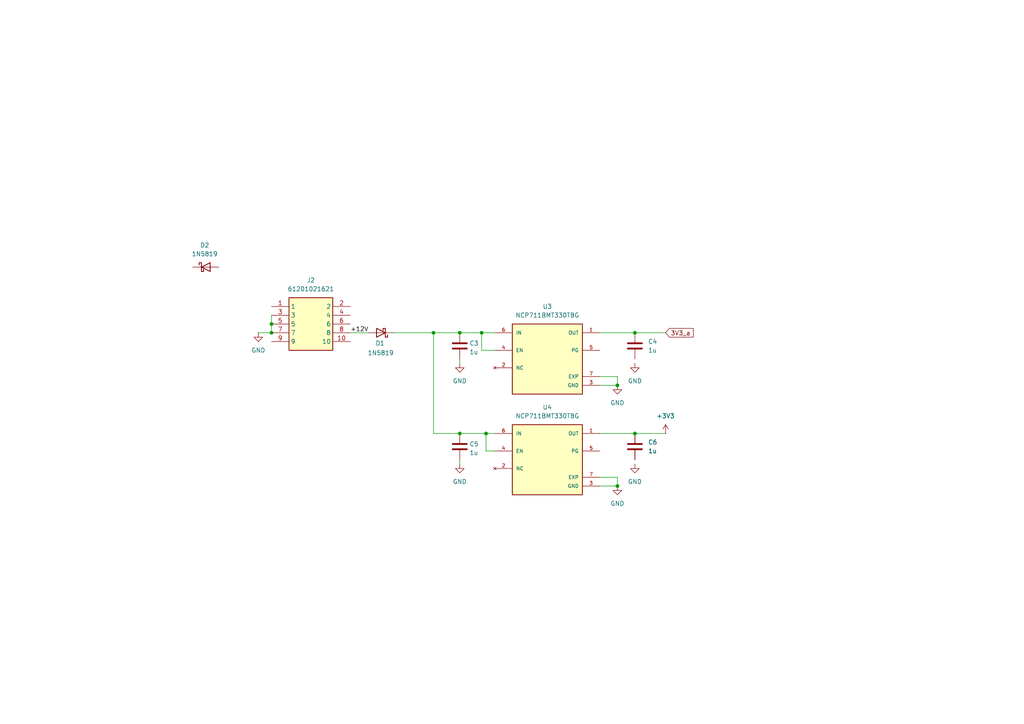
<source format=kicad_sch>
(kicad_sch (version 20231120) (generator "eeschema") (generator_version "8.0")
  (paper "A4")
  (lib_symbols
    (symbol "61201021621:61201021621"
      (property "Reference" "J" (at 19.05 7.62 0))
      (property "Value" "61201021621" (at 19.05 5.08 0))
      (symbol "61201021621_1_1"
        (rectangle (start 5.08 2.54) (end 17.78 -12.7) (stroke (width 0.254)) (fill (type background)))
        (pin passive line (at 0 0 0) (length 5.08) (name "1") (number "1"))
        (pin passive line (at 22.86 -10.16 180) (length 5.08) (name "10") (number "10"))
        (pin passive line (at 22.86 0 180) (length 5.08) (name "2") (number "2"))
        (pin passive line (at 0 -2.54 0) (length 5.08) (name "3") (number "3"))
        (pin passive line (at 22.86 -2.54 180) (length 5.08) (name "4") (number "4"))
        (pin passive line (at 0 -5.08 0) (length 5.08) (name "5") (number "5"))
        (pin passive line (at 22.86 -5.08 180) (length 5.08) (name "6") (number "6"))
        (pin passive line (at 0 -7.62 0) (length 5.08) (name "7") (number "7"))
        (pin passive line (at 22.86 -7.62 180) (length 5.08) (name "8") (number "8"))
        (pin passive line (at 0 -10.16 0) (length 5.08) (name "9") (number "9"))
      )
    )
    (symbol "Device:C" (pin_numbers hide) (pin_names (offset 0.254))
      (property "Reference" "C" (at 0.635 2.54 0))
      (property "Value" "C" (at 0.635 -2.54 0))
      (symbol "C_0_1"
        (polyline (pts (xy -2.032 -0.762) (xy 2.032 -0.762)) (stroke (width 0.508)))
        (polyline (pts (xy -2.032 0.762) (xy 2.032 0.762)) (stroke (width 0.508)))
      )
      (symbol "C_1_1"
        (pin passive line (at 0 3.81 270) (length 2.794) (name "~") (number "1"))
        (pin passive line (at 0 -3.81 90) (length 2.794) (name "~") (number "2"))
      )
    )
    (symbol "Diode:1N5819" (pin_numbers hide) (pin_names (offset 1.016) hide)
      (property "Reference" "D" (at 0 2.54 0))
      (property "Value" "1N5819" (at 0 -2.54 0))
      (symbol "1N5819_0_1"
        (polyline (pts (xy 1.27 0) (xy -1.27 0)))
        (polyline (pts (xy 1.27 1.27) (xy 1.27 -1.27) (xy -1.27 0) (xy 1.27 1.27)) (stroke (width 0.254)))
        (polyline (pts (xy -1.905 0.635) (xy -1.905 1.27) (xy -1.27 1.27) (xy -1.27 -1.27) (xy -0.635 -1.27) (xy -0.635 -0.635)) (stroke (width 0.254)))
      )
      (symbol "1N5819_1_1"
        (pin passive line (at -3.81 0 0) (length 2.54) (name "K") (number "1"))
        (pin passive line (at 3.81 0 180) (length 2.54) (name "A") (number "2"))
      )
    )
    (symbol "NCP711BMT330TBG:NCP711BMT330TBG" (pin_names (offset 1.016))
      (property "Reference" "U" (at -10.16 10.922 0))
      (property "Value" "NCP711BMT330TBG" (at -10.16 -12.7 0))
      (symbol "NCP711BMT330TBG_0_0"
        (rectangle (start -10.16 -10.16) (end 10.16 10.16) (stroke (width 0.254)) (fill (type background)))
        (pin output line (at 15.24 7.62 180) (length 5.08) (name "OUT") (number "1"))
        (pin no_connect line (at -15.24 -2.54 0) (length 5.08) (name "NC") (number "2"))
        (pin power_in line (at 15.24 -7.62 180) (length 5.08) (name "GND") (number "3"))
        (pin input line (at -15.24 2.54 0) (length 5.08) (name "EN") (number "4"))
        (pin output line (at 15.24 2.54 180) (length 5.08) (name "PG") (number "5"))
        (pin input line (at -15.24 7.62 0) (length 5.08) (name "IN") (number "6"))
        (pin power_in line (at 15.24 -5.08 180) (length 5.08) (name "EXP") (number "7"))
      )
    )
    (symbol "power:+3V3" (power) (pin_numbers hide) (pin_names (offset 0) hide)
      (property "Value" "+3V3" (at 0 3.556 0))
      (symbol "+3V3_0_1"
        (polyline (pts (xy -0.762 1.27) (xy 0 2.54)))
        (polyline (pts (xy 0 0) (xy 0 2.54)))
        (polyline (pts (xy 0 2.54) (xy 0.762 1.27)))
      )
      (symbol "+3V3_1_1"
        (pin power_in line (at 0 0 90) (length 0) (name "~") (number "1"))
      )
    )
    (symbol "power:GND" (power) (pin_numbers hide) (pin_names (offset 0) hide)
      (property "Value" "GND" (at 0 -3.81 0))
      (symbol "GND_0_1"
        (polyline (pts (xy 0 0) (xy 0 -1.27) (xy 1.27 -1.27) (xy 0 -2.54) (xy -1.27 -1.27) (xy 0 -1.27)))
      )
      (symbol "GND_1_1"
        (pin power_in line (at 0 0 270) (length 0) (name "~") (number "1"))
      )
    )
  )
  (junction (at 78.74 96.52))
  (junction (at 179.07 111.76))
  (junction (at 140.97 125.73))
  (junction (at 133.35 125.73))
  (junction (at 179.07 140.97))
  (junction (at 125.73 96.52))
  (junction (at 184.15 96.52))
  (junction (at 133.35 96.52))
  (junction (at 139.7 96.52))
  (junction (at 184.15 125.73))
  (junction (at 78.74 93.98))
  (wire (pts (xy 140.97 130.81) (xy 143.51 130.81)))
  (wire (pts (xy 139.7 96.52) (xy 143.51 96.52)))
  (wire (pts (xy 179.07 109.22) (xy 179.07 111.76)))
  (wire (pts (xy 184.15 125.73) (xy 193.04 125.73)))
  (wire (pts (xy 173.99 109.22) (xy 179.07 109.22)))
  (wire (pts (xy 114.3 96.52) (xy 125.73 96.52)))
  (wire (pts (xy 173.99 140.97) (xy 179.07 140.97)))
  (wire (pts (xy 133.35 125.73) (xy 140.97 125.73)))
  (wire (pts (xy 179.07 138.43) (xy 179.07 140.97)))
  (wire (pts (xy 78.74 93.98) (xy 78.74 96.52)))
  (wire (pts (xy 173.99 125.73) (xy 184.15 125.73)))
  (wire (pts (xy 133.35 133.35) (xy 133.35 134.62)))
  (wire (pts (xy 133.35 104.14) (xy 133.35 105.41)))
  (wire (pts (xy 140.97 125.73) (xy 143.51 125.73)))
  (wire (pts (xy 139.7 101.6) (xy 143.51 101.6)))
  (wire (pts (xy 74.93 96.52) (xy 78.74 96.52)))
  (wire (pts (xy 139.7 101.6) (xy 139.7 96.52)))
  (wire (pts (xy 173.99 96.52) (xy 184.15 96.52)))
  (wire (pts (xy 125.73 125.73) (xy 133.35 125.73)))
  (wire (pts (xy 173.99 111.76) (xy 179.07 111.76)))
  (wire (pts (xy 125.73 96.52) (xy 125.73 125.73)))
  (wire (pts (xy 173.99 138.43) (xy 179.07 138.43)))
  (wire (pts (xy 140.97 130.81) (xy 140.97 125.73)))
  (wire (pts (xy 184.15 96.52) (xy 193.04 96.52)))
  (wire (pts (xy 78.74 91.44) (xy 78.74 93.98)))
  (wire (pts (xy 101.6 96.52) (xy 106.68 96.52)))
  (wire (pts (xy 125.73 96.52) (xy 133.35 96.52)))
  (wire (pts (xy 133.35 96.52) (xy 139.7 96.52)))
  (label "+12V" (at 101.6 96.52 0))
  (global_label "3V3_a" (shape input) (at 193.04 96.52 0) (property "Intersheetrefs" "${INTERSHEET_REFS}" (effects (hide yes))))
  (symbol (lib_id "power:GND") (at 184.15 134.62 0) (unit 1)
    (property "Reference" "#PWR010" (effects (hide yes)))
    (property "Value" "GND" (at 184.15 139.7 0))
    (property "Description" "Power symbol creates a global label with name \"GND\" , ground" (effects (hide yes)))
  )
  (symbol (lib_id "power:GND") (at 133.35 105.41 0) (unit 1)
    (property "Reference" "#PWR05" (effects (hide yes)))
    (property "Value" "GND" (at 133.35 110.49 0))
    (property "Description" "Power symbol creates a global label with name \"GND\" , ground" (effects (hide yes)))
  )
  (symbol (lib_id "Diode:1N5819") (at 59.69 77.47 0) (unit 1)
    (property "Reference" "D2" (at 59.3725 71.12 0))
    (property "Value" "1N5819" (at 59.3725 73.66 0))
    (property "Footprint" "Diode_THT:D_DO-41_SOD81_P10.16mm_Horizontal" (effects (hide yes)))
    (property "Datasheet" "http://www.vishay.com/docs/88525/1n5817.pdf" (effects (hide yes)))
    (property "Description" "40V 1A Schottky Barrier Rectifier Diode, DO-41" (effects (hide yes)))
  )
  (symbol (lib_id "61201021621:61201021621") (at 78.74 88.9 0) (unit 1)
    (property "Reference" "J2" (at 90.17 81.28 0))
    (property "Value" "61201021621" (at 90.17 83.82 0))
    (property "Footprint" "SHDR10W64P254_2X5_2036X885X925P" (effects (hide yes)))
    (property "Datasheet" "https://datasheet.datasheetarchive.com/originals/distributors/Datasheets_SAMA/ec2d1eaddfe1dc3d07279947380a13e2.pdf" (effects (hide yes)))
    (property "Description" "10 way 2.54mm male box Header Wurth Elektronik 612 Series, 2.54mm Pitch 10 Way 2 Row Straight PCB Header, Solder Termination, 3A" (effects (hide yes)))
    (property "Height" "9.25" (effects (hide yes)))
    (property "Mouser Part Number" "710-61201021621" (effects (hide yes)))
    (property "Mouser Price/Stock" "https://www.mouser.co.uk/ProductDetail/Wurth-Elektronik/61201021621?qs=W%252B2sBeLta1a0dwX5pxbfXw%3D%3D" (effects (hide yes)))
    (property "Manufacturer_Name" "Wurth Elektronik" (effects (hide yes)))
    (property "Manufacturer_Part_Number" "61201021621" (effects (hide yes)))
  )
  (symbol (lib_id "Device:C") (at 133.35 100.33 0) (unit 1)
    (property "Reference" "C3" (at 136.144 99.568 0) (effects (justify left)))
    (property "Value" "1u" (at 136.144 102.108 0) (effects (justify left)))
    (property "Description" "Unpolarized capacitor" (effects (hide yes)))
  )
  (symbol (lib_id "Diode:1N5819") (at 110.49 96.52 180) (unit 1)
    (property "Reference" "D1" (at 110.236 99.568 0))
    (property "Value" "1N5819" (at 110.4265 102.362 0))
    (property "Footprint" "Diode_THT:D_DO-41_SOD81_P10.16mm_Horizontal" (effects (hide yes)))
    (property "Datasheet" "http://www.vishay.com/docs/88525/1n5817.pdf" (effects (hide yes)))
    (property "Description" "40V 1A Schottky Barrier Rectifier Diode, DO-41" (effects (hide yes)))
  )
  (symbol (lib_id "power:GND") (at 184.15 105.41 0) (unit 1)
    (property "Reference" "#PWR07" (effects (hide yes)))
    (property "Value" "GND" (at 184.15 110.49 0))
    (property "Description" "Power symbol creates a global label with name \"GND\" , ground" (effects (hide yes)))
  )
  (symbol (lib_id "power:GND") (at 133.35 134.62 0) (unit 1)
    (property "Reference" "#PWR08" (effects (hide yes)))
    (property "Value" "GND" (at 133.35 139.7 0))
    (property "Description" "Power symbol creates a global label with name \"GND\" , ground" (effects (hide yes)))
  )
  (symbol (lib_id "power:GND") (at 179.07 111.76 0) (unit 1)
    (property "Reference" "#PWR06" (effects (hide yes)))
    (property "Value" "GND" (at 179.07 116.84 0))
    (property "Description" "Power symbol creates a global label with name \"GND\" , ground" (effects (hide yes)))
  )
  (symbol (lib_id "NCP711BMT330TBG:NCP711BMT330TBG") (at 158.75 133.35 0) (unit 1)
    (property "Reference" "U4" (at 158.75 118.11 0))
    (property "Value" "NCP711BMT330TBG" (at 158.75 120.65 0))
    (property "Footprint" "NCP711BMT330TBG:SON65P200X200X80-7N" (effects (hide yes)))
    (property "MF" "ON Semiconductor" (effects (hide yes)))
    (property "MAXIMUM_PACKAGE_HEIGHT" "0.8mm" (effects (hide yes)))
    (property "Package" "WDFN-6 ON Semiconductor" (effects (hide yes)))
    (property "Price" "None" (effects (hide yes)))
    (property "Check_prices" "https://www.snapeda.com/parts/NCP711BMT330TBG/Onsemi/view-part/?ref=eda" (effects (hide yes)))
    (property "STANDARD" "Manufacturer Recommendations" (effects (hide yes)))
    (property "PARTREV" "2" (effects (hide yes)))
    (property "SnapEDA_Link" "https://www.snapeda.com/parts/NCP711BMT330TBG/Onsemi/view-part/?ref=snap" (effects (hide yes)))
    (property "MP" "NCP711BMT330TBG" (effects (hide yes)))
    (property "Purchase-URL" "https://www.snapeda.com/api/url_track_click_mouser/?unipart_id=4996877&manufacturer=ON Semiconductor&part_name=NCP711BMT330TBG&search_term=ncp711bmt330tbg" (effects (hide yes)))
    (property "Description_1" "\nLinear Voltage Regulator IC Positive Fixed 1 Output 100mA 6-WDFN (2x2)\n" (effects (hide yes)))
    (property "MANUFACTURER" "Onsemi" (effects (hide yes)))
    (property "Availability" "In Stock" (effects (hide yes)))
    (property "SNAPEDA_PN" "NCP711BMT500TBG" (effects (hide yes)))
  )
  (symbol (lib_id "power:GND") (at 179.07 140.97 0) (unit 1)
    (property "Reference" "#PWR09" (effects (hide yes)))
    (property "Value" "GND" (at 179.07 146.05 0))
    (property "Description" "Power symbol creates a global label with name \"GND\" , ground" (effects (hide yes)))
  )
  (symbol (lib_id "NCP711BMT330TBG:NCP711BMT330TBG") (at 158.75 104.14 0) (unit 1)
    (property "Reference" "U3" (at 158.75 88.9 0))
    (property "Value" "NCP711BMT330TBG" (at 158.75 91.44 0))
    (property "Footprint" "NCP711BMT330TBG:SON65P200X200X80-7N" (effects (hide yes)))
    (property "MF" "ON Semiconductor" (effects (hide yes)))
    (property "MAXIMUM_PACKAGE_HEIGHT" "0.8mm" (effects (hide yes)))
    (property "Package" "WDFN-6 ON Semiconductor" (effects (hide yes)))
    (property "Price" "None" (effects (hide yes)))
    (property "Check_prices" "https://www.snapeda.com/parts/NCP711BMT330TBG/Onsemi/view-part/?ref=eda" (effects (hide yes)))
    (property "STANDARD" "Manufacturer Recommendations" (effects (hide yes)))
    (property "PARTREV" "2" (effects (hide yes)))
    (property "SnapEDA_Link" "https://www.snapeda.com/parts/NCP711BMT330TBG/Onsemi/view-part/?ref=snap" (effects (hide yes)))
    (property "MP" "NCP711BMT330TBG" (effects (hide yes)))
    (property "Purchase-URL" "https://www.snapeda.com/api/url_track_click_mouser/?unipart_id=4996877&manufacturer=ON Semiconductor&part_name=NCP711BMT330TBG&search_term=ncp711bmt330tbg" (effects (hide yes)))
    (property "Description_1" "\nLinear Voltage Regulator IC Positive Fixed 1 Output 100mA 6-WDFN (2x2)\n" (effects (hide yes)))
    (property "MANUFACTURER" "Onsemi" (effects (hide yes)))
    (property "Availability" "In Stock" (effects (hide yes)))
    (property "SNAPEDA_PN" "NCP711BMT500TBG" (effects (hide yes)))
  )
  (symbol (lib_id "Device:C") (at 184.15 100.33 0) (unit 1)
    (property "Reference" "C4" (at 187.96 99.0599 0) (effects (justify left)))
    (property "Value" "1u" (at 187.96 101.5999 0) (effects (justify left)))
    (property "Description" "Unpolarized capacitor" (effects (hide yes)))
  )
  (symbol (lib_id "power:+3V3") (at 193.04 125.73 0) (unit 1)
    (property "Reference" "#PWR011" (effects (hide yes)))
    (property "Value" "+3V3" (at 193.04 120.65 0))
    (property "Description" "Power symbol creates a global label with name \"+3V3\"" (effects (hide yes)))
  )
  (symbol (lib_id "Device:C") (at 133.35 129.54 0) (unit 1)
    (property "Reference" "C5" (at 136.144 128.778 0) (effects (justify left)))
    (property "Value" "1u" (at 136.144 131.318 0) (effects (justify left)))
    (property "Description" "Unpolarized capacitor" (effects (hide yes)))
  )
  (symbol (lib_id "power:GND") (at 74.93 96.52 0) (unit 1)
    (property "Reference" "#PWR04" (effects (hide yes)))
    (property "Value" "GND" (at 74.93 101.6 0))
    (property "Description" "Power symbol creates a global label with name \"GND\" , ground" (effects (hide yes)))
  )
  (symbol (lib_id "Device:C") (at 184.15 129.54 0) (unit 1)
    (property "Reference" "C6" (at 187.96 128.2699 0) (effects (justify left)))
    (property "Value" "1u" (at 187.96 130.8099 0) (effects (justify left)))
    (property "Description" "Unpolarized capacitor" (effects (hide yes)))
  )
)
</source>
